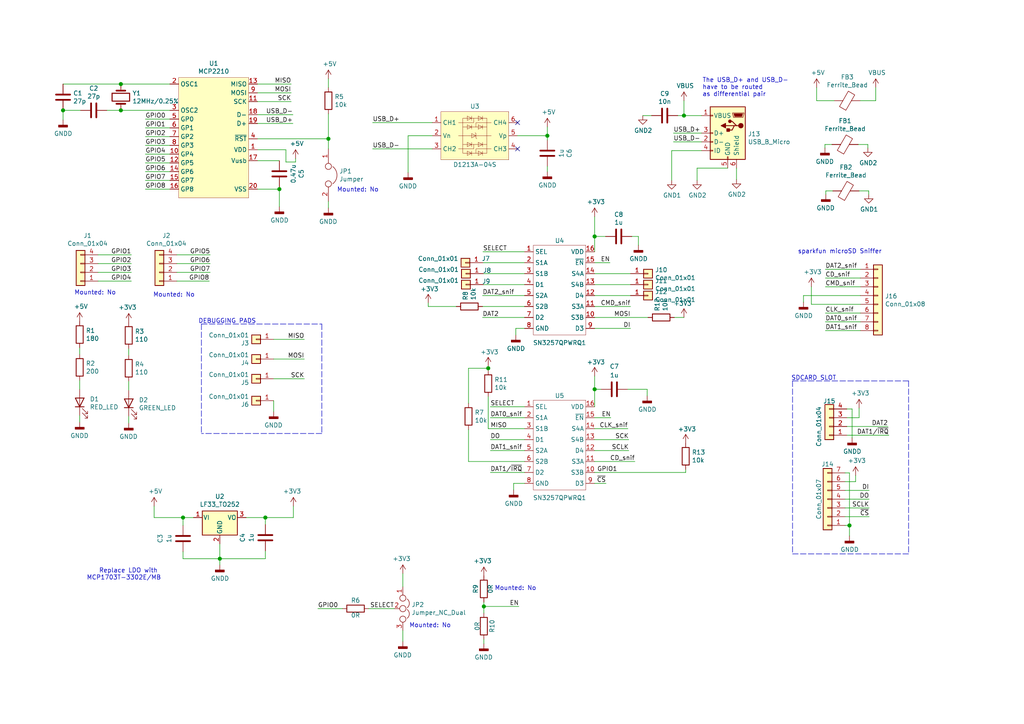
<source format=kicad_sch>
(kicad_sch (version 20210126) (generator eeschema)
  (paper "A4")
  (lib_symbols
    (symbol "Connector:USB_B_Micro" (pin_names (offset 1.016))
      (property "Reference" "J" (at -5.08 11.43 0))
      (property "Value" "USB_B_Micro" (at -5.08 8.89 0))
      (symbol "USB_B_Micro_1_1"
        (pin power_out line (at 7.62 5.08 180) (length 2.54) (name "VBUS") (number "1"))
        (pin bidirectional line (at 7.62 -2.54 180) (length 2.54) (name "D-") (number "2"))
        (pin bidirectional line (at 7.62 0 180) (length 2.54) (name "D+") (number "3"))
        (pin passive line (at 7.62 -5.08 180) (length 2.54) (name "ID") (number "4"))
        (pin power_out line (at 0 -10.16 90) (length 2.54) (name "GND") (number "5"))
        (pin passive line (at -2.54 -10.16 90) (length 2.54) (name "Shield") (number "6"))
      )
    )
    (symbol "Connector_Generic:Conn_01x01" (pin_names (offset 1.016) hide)
      (property "Reference" "J" (at 0 2.54 0))
      (property "Value" "Conn_01x01" (at 0 -2.54 0))
      (symbol "Conn_01x01_1_1"
        (pin passive line (at -5.08 0 0) (length 3.81) (name "Pin_1") (number "1"))
      )
    )
    (symbol "Connector_Generic:Conn_01x04" (pin_names (offset 1.016) hide)
      (property "Reference" "J" (at 0 5.08 0))
      (property "Value" "Conn_01x04" (at 0 -7.62 0))
      (symbol "Conn_01x04_1_1"
        (pin passive line (at -5.08 2.54 0) (length 3.81) (name "Pin_1") (number "1"))
        (pin passive line (at -5.08 0 0) (length 3.81) (name "Pin_2") (number "2"))
        (pin passive line (at -5.08 -2.54 0) (length 3.81) (name "Pin_3") (number "3"))
        (pin passive line (at -5.08 -5.08 0) (length 3.81) (name "Pin_4") (number "4"))
      )
    )
    (symbol "Connector_Generic:Conn_01x07" (pin_names (offset 1.016) hide)
      (property "Reference" "J" (at 0 10.16 0))
      (property "Value" "Conn_01x07" (at 0 -10.16 0))
      (symbol "Conn_01x07_1_1"
        (pin passive line (at -5.08 7.62 0) (length 3.81) (name "Pin_1") (number "1"))
        (pin passive line (at -5.08 5.08 0) (length 3.81) (name "Pin_2") (number "2"))
        (pin passive line (at -5.08 2.54 0) (length 3.81) (name "Pin_3") (number "3"))
        (pin passive line (at -5.08 0 0) (length 3.81) (name "Pin_4") (number "4"))
        (pin passive line (at -5.08 -2.54 0) (length 3.81) (name "Pin_5") (number "5"))
        (pin passive line (at -5.08 -5.08 0) (length 3.81) (name "Pin_6") (number "6"))
        (pin passive line (at -5.08 -7.62 0) (length 3.81) (name "Pin_7") (number "7"))
      )
    )
    (symbol "Connector_Generic:Conn_01x08" (pin_names (offset 1.016) hide)
      (property "Reference" "J" (at 0 10.16 0))
      (property "Value" "Conn_01x08" (at 0 -12.7 0))
      (symbol "Conn_01x08_1_1"
        (pin passive line (at -5.08 7.62 0) (length 3.81) (name "Pin_1") (number "1"))
        (pin passive line (at -5.08 5.08 0) (length 3.81) (name "Pin_2") (number "2"))
        (pin passive line (at -5.08 2.54 0) (length 3.81) (name "Pin_3") (number "3"))
        (pin passive line (at -5.08 0 0) (length 3.81) (name "Pin_4") (number "4"))
        (pin passive line (at -5.08 -2.54 0) (length 3.81) (name "Pin_5") (number "5"))
        (pin passive line (at -5.08 -5.08 0) (length 3.81) (name "Pin_6") (number "6"))
        (pin passive line (at -5.08 -7.62 0) (length 3.81) (name "Pin_7") (number "7"))
        (pin passive line (at -5.08 -10.16 0) (length 3.81) (name "Pin_8") (number "8"))
      )
    )
    (symbol "Device:C" (pin_numbers hide) (pin_names (offset 0.254))
      (property "Reference" "C" (at 0.635 2.54 0))
      (property "Value" "C" (at 0.635 -2.54 0))
      (symbol "C_1_1"
        (pin passive line (at 0 3.81 270) (length 2.794) (name "~") (number "1"))
        (pin passive line (at 0 -3.81 90) (length 2.794) (name "~") (number "2"))
      )
    )
    (symbol "Device:Crystal" (pin_numbers hide) (pin_names (offset 1.016) hide)
      (property "Reference" "Y" (at 0 3.81 0))
      (property "Value" "Crystal" (at 0 -3.81 0))
      (symbol "Crystal_1_1"
        (pin passive line (at -3.81 0 0) (length 1.27) (name "1") (number "1"))
        (pin passive line (at 3.81 0 180) (length 1.27) (name "2") (number "2"))
      )
    )
    (symbol "Device:Ferrite_Bead" (pin_numbers hide) (pin_names (offset 0))
      (property "Reference" "FB" (at -3.81 0.635 90))
      (property "Value" "Ferrite_Bead" (at 3.81 0 90))
      (symbol "Ferrite_Bead_1_1"
        (pin passive line (at 0 3.81 270) (length 2.54) (name "~") (number "1"))
        (pin passive line (at 0 -3.81 90) (length 2.54) (name "~") (number "2"))
      )
    )
    (symbol "Device:Jumper" (pin_names (offset 0.762) hide)
      (property "Reference" "JP" (at 0 3.81 0))
      (property "Value" "Jumper" (at 0 -2.032 0))
      (symbol "Jumper_0_1"
        (pin passive line (at -7.62 0 0) (length 4.191) (name "1") (number "1"))
        (pin passive line (at 7.62 0 180) (length 4.191) (name "2") (number "2"))
      )
    )
    (symbol "Device:Jumper_NC_Dual" (pin_names (offset 0.762) hide)
      (property "Reference" "JP" (at 1.27 -2.54 0))
      (property "Value" "Jumper_NC_Dual" (at 0 2.54 0))
      (symbol "Jumper_NC_Dual_0_1"
        (pin passive line (at -6.35 0 0) (length 2.413) (name "1") (number "1"))
        (pin passive line (at 0 -2.54 90) (length 1.524) (name "2") (number "2"))
        (pin passive line (at 6.35 0 180) (length 2.413) (name "3") (number "3"))
      )
    )
    (symbol "Device:LED" (pin_numbers hide) (pin_names hide)
      (property "Reference" "D" (at 0 2.54 0))
      (property "Value" "LED" (at 0 -2.54 0))
      (symbol "LED_1_1"
        (pin passive line (at -3.81 0 0) (length 2.54) (name "K") (number "1"))
        (pin passive line (at 3.81 0 180) (length 2.54) (name "A") (number "2"))
      )
    )
    (symbol "Device:R" (pin_numbers hide) (pin_names (offset 0))
      (property "Reference" "R" (at 2.032 0 90))
      (property "Value" "R" (at 0 0 90))
      (symbol "R_1_1"
        (pin passive line (at 0 3.81 270) (length 1.27) (name "~") (number "1"))
        (pin passive line (at 0 -3.81 90) (length 1.27) (name "~") (number "2"))
      )
    )
    (symbol "Regulator_Linear:LF33_TO252" (pin_names (offset 0.254))
      (property "Reference" "U" (at -3.81 3.175 0))
      (property "Value" "LF33_TO252" (at 0 3.175 0))
      (symbol "LF33_TO252_1_1"
        (pin power_in line (at -7.62 0 0) (length 2.54) (name "VI") (number "1"))
        (pin power_in line (at 0 -7.62 90) (length 2.54) (name "GND") (number "2"))
        (pin power_out line (at 7.62 0 180) (length 2.54) (name "VO") (number "3"))
      )
    )
    (symbol "dodo-interface:MCP2210"
      (property "Reference" "U" (at 0 -17.78 0))
      (property "Value" "MCP2210" (at 0 19.05 0))
      (symbol "MCP2210_1_1"
        (pin power_in line (at 12.7 -2.54 180) (length 2.54) (name "VDD") (number "1"))
        (pin input line (at -12.7 16.51 0) (length 2.54) (name "OSC1") (number "2"))
        (pin output line (at -12.7 8.89 0) (length 2.54) (name "OSC2") (number "3"))
        (pin input line (at 12.7 0.635 180) (length 2.54) (name "~RST") (number "4"))
        (pin bidirectional line (at -12.7 6.35 0) (length 2.54) (name "GP0") (number "5"))
        (pin bidirectional line (at -12.7 3.81 0) (length 2.54) (name "GP1") (number "6"))
        (pin bidirectional line (at -12.7 1.27 0) (length 2.54) (name "GP2") (number "7"))
        (pin bidirectional line (at -12.7 -1.27 0) (length 2.54) (name "GP3") (number "8"))
        (pin output line (at 12.7 13.97 180) (length 2.54) (name "MOSI") (number "9"))
        (pin bidirectional line (at -12.7 -3.81 0) (length 2.54) (name "GP4") (number "10"))
        (pin output line (at 12.7 11.43 180) (length 2.54) (name "SCK") (number "11"))
        (pin bidirectional line (at -12.7 -6.35 0) (length 2.54) (name "GP5") (number "12"))
        (pin input line (at 12.7 16.51 180) (length 2.54) (name "MISO") (number "13"))
        (pin bidirectional line (at -12.7 -8.89 0) (length 2.54) (name "GP6") (number "14"))
        (pin bidirectional line (at -12.7 -11.43 0) (length 2.54) (name "GP7") (number "15"))
        (pin bidirectional line (at -12.7 -13.97 0) (length 2.54) (name "GP8") (number "16"))
        (pin power_out line (at 12.7 -5.715 180) (length 2.54) (name "Vusb") (number "17"))
        (pin bidirectional line (at 12.7 7.62 180) (length 2.54) (name "D-") (number "18"))
        (pin bidirectional line (at 12.7 5.08 180) (length 2.54) (name "D+") (number "19"))
        (pin output line (at 12.7 -13.97 180) (length 2.54) (name "VSS") (number "20"))
      )
    )
    (symbol "dodo-logic:SN3257QPWRQ1"
      (property "Reference" "U" (at 0 13.97 0))
      (property "Value" "SN3257QPWRQ1" (at 0 -14.605 0))
      (property "Purchase" "https://cz.mouser.com/ProductDetail/Texas-Instruments/SN3257QPWRQ1?qs=%252B6g0mu59x7JRD99NE57pzA%3D%3D" (at 0 0 0))
      (symbol "SN3257QPWRQ1_1_1"
        (pin bidirectional line (at -10.16 7.62 0) (length 2.54) (name "S1A") (number "2"))
        (pin bidirectional line (at -10.16 4.445 0) (length 2.54) (name "S1B") (number "3"))
        (pin input line (at -10.16 10.795 0) (length 2.54) (name "SEL") (number "1"))
        (pin bidirectional line (at -10.16 1.27 0) (length 2.54) (name "D1") (number "4"))
        (pin bidirectional line (at -10.16 -1.905 0) (length 2.54) (name "S2A") (number "5"))
        (pin bidirectional line (at -10.16 -5.08 0) (length 2.54) (name "S2B") (number "6"))
        (pin bidirectional line (at -10.16 -8.255 0) (length 2.54) (name "D2") (number "7"))
        (pin power_out line (at -10.16 -11.43 0) (length 2.54) (name "GND") (number "8"))
        (pin power_in line (at 10.16 10.795 180) (length 2.54) (name "VDD") (number "16"))
        (pin input line (at 10.16 7.62 180) (length 2.54) (name "~EN") (number "15"))
        (pin bidirectional line (at 10.16 4.445 180) (length 2.54) (name "S4A") (number "14"))
        (pin input line (at 10.16 1.27 180) (length 2.54) (name "S4B") (number "13"))
        (pin input line (at 10.16 -5.08 180) (length 2.54) (name "S3A") (number "11"))
        (pin input line (at 10.16 -8.255 180) (length 2.54) (name "S3B") (number "10"))
        (pin bidirectional line (at 10.16 -11.43 180) (length 2.54) (name "D3") (number "9"))
        (pin bidirectional line (at 10.16 -1.905 180) (length 2.54) (name "D4") (number "12"))
      )
    )
    (symbol "dodo-protection:D1213A-04S"
      (property "Reference" "U" (at 0 8.255 0))
      (property "Value" "D1213A-04S" (at 0 -8.255 0))
      (symbol "D1213A-04S_1_1"
        (pin input line (at -12.065 3.81 0) (length 2.54) (name "CH1") (number "1"))
        (pin power_out line (at -12.065 0 0) (length 2.54) (name "Vn") (number "2"))
        (pin input line (at -12.065 -3.81 0) (length 2.54) (name "CH2") (number "3"))
        (pin input line (at 12.7 -3.81 180) (length 2.54) (name "CH3") (number "4"))
        (pin input line (at 12.7 3.81 180) (length 2.54) (name "CH4") (number "6"))
        (pin power_in line (at 12.7 0 180) (length 2.54) (name "Vp") (number "5"))
      )
    )
    (symbol "power:+3V3" (power) (pin_names (offset 0))
      (property "Value" "+3V3" (at 0 3.556 0))
      (symbol "+3V3_1_1"
        (pin power_in line (at 0 0 90) (length 0) hide (name "+3V3") (number "1"))
      )
    )
    (symbol "power:+5V" (power) (pin_names (offset 0))
      (property "Value" "+5V" (at 0 3.556 0))
      (symbol "+5V_1_1"
        (pin power_in line (at 0 0 90) (length 0) hide (name "+5V") (number "1"))
      )
    )
    (symbol "power:GND1" (power) (pin_names (offset 0))
      (property "Value" "GND1" (at 0 -3.81 0))
      (symbol "GND1_1_1"
        (pin power_in line (at 0 0 270) (length 0) hide (name "GND1") (number "1"))
      )
    )
    (symbol "power:GND2" (power) (pin_names (offset 0))
      (property "Value" "GND2" (at 0 -3.81 0))
      (symbol "GND2_1_1"
        (pin power_in line (at 0 0 270) (length 0) hide (name "GND2") (number "1"))
      )
    )
    (symbol "power:GNDD" (power) (pin_names (offset 0))
      (property "Value" "GNDD" (at 0 -3.175 0))
      (symbol "GNDD_1_1"
        (pin power_in line (at 0 0 270) (length 0) hide (name "GNDD") (number "1"))
      )
    )
    (symbol "power:VBUS" (power) (pin_names (offset 0))
      (property "Value" "VBUS" (at 0 3.81 0))
      (symbol "VBUS_1_1"
        (pin power_in line (at 0 0 90) (length 0) hide (name "VBUS") (number "1"))
      )
    )
  )
  (junction (at 18.288 32.004) (diameter 1.016))
  (junction (at 35.052 24.384) (diameter 1.016))
  (junction (at 35.052 32.004) (diameter 1.016))
  (junction (at 53.086 150.114) (diameter 1.016))
  (junction (at 63.754 162.052) (diameter 1.016))
  (junction (at 76.962 150.114) (diameter 1.016))
  (junction (at 81.026 54.864) (diameter 1.016))
  (junction (at 95.25 40.259) (diameter 1.016))
  (junction (at 140.335 175.895) (diameter 1.016))
  (junction (at 141.605 106.807) (diameter 1.016))
  (junction (at 158.75 39.37) (diameter 1.016))
  (junction (at 172.466 68.58) (diameter 1.016))
  (junction (at 172.466 112.903) (diameter 1.016))
  (junction (at 198.374 33.528) (diameter 1.016))
  (junction (at 246.38 152.4) (diameter 1.016))
  (no_connect (at 150.114 35.56))
  (no_connect (at 150.114 43.18))
  (wire (pts (xy 18.288 24.384) (xy 35.052 24.384)))
  (wire (pts (xy 18.288 32.004) (xy 18.288 34.798)))
  (wire (pts (xy 18.288 32.004) (xy 23.368 32.004)))
  (wire (pts (xy 23.114 100.838) (xy 23.114 102.743)))
  (wire (pts (xy 23.114 110.363) (xy 23.114 112.903)))
  (wire (pts (xy 23.114 120.523) (xy 23.114 122.428)))
  (wire (pts (xy 28.448 73.914) (xy 38.1 73.914)))
  (wire (pts (xy 28.448 76.454) (xy 38.1 76.454)))
  (wire (pts (xy 28.448 78.994) (xy 38.1 78.994)))
  (wire (pts (xy 28.448 81.534) (xy 38.1 81.534)))
  (wire (pts (xy 30.988 32.004) (xy 35.052 32.004)))
  (wire (pts (xy 35.052 24.384) (xy 49.276 24.384)))
  (wire (pts (xy 35.052 32.004) (xy 49.276 32.004)))
  (wire (pts (xy 37.338 101.092) (xy 37.338 102.997)))
  (wire (pts (xy 37.338 110.617) (xy 37.338 113.157)))
  (wire (pts (xy 37.338 120.777) (xy 37.338 122.682)))
  (wire (pts (xy 42.164 34.544) (xy 49.276 34.544)))
  (wire (pts (xy 42.164 37.084) (xy 49.276 37.084)))
  (wire (pts (xy 42.164 39.624) (xy 49.276 39.624)))
  (wire (pts (xy 42.164 42.164) (xy 49.276 42.164)))
  (wire (pts (xy 42.164 44.704) (xy 49.276 44.704)))
  (wire (pts (xy 42.164 47.244) (xy 49.276 47.244)))
  (wire (pts (xy 42.164 49.784) (xy 49.276 49.784)))
  (wire (pts (xy 42.164 52.324) (xy 49.276 52.324)))
  (wire (pts (xy 42.164 54.864) (xy 49.276 54.864)))
  (wire (pts (xy 44.704 146.812) (xy 44.704 150.114)))
  (wire (pts (xy 44.704 150.114) (xy 53.086 150.114)))
  (wire (pts (xy 51.308 73.914) (xy 60.96 73.914)))
  (wire (pts (xy 51.308 76.454) (xy 60.96 76.454)))
  (wire (pts (xy 51.308 78.994) (xy 60.96 78.994)))
  (wire (pts (xy 51.308 81.534) (xy 60.706 81.534)))
  (wire (pts (xy 53.086 150.114) (xy 53.086 152.4)))
  (wire (pts (xy 53.086 160.02) (xy 53.086 162.052)))
  (wire (pts (xy 53.086 162.052) (xy 63.754 162.052)))
  (wire (pts (xy 56.134 150.114) (xy 53.086 150.114)))
  (wire (pts (xy 63.754 157.734) (xy 63.754 162.052)))
  (wire (pts (xy 63.754 162.052) (xy 63.754 163.83)))
  (wire (pts (xy 63.754 162.052) (xy 76.962 162.052)))
  (wire (pts (xy 71.374 150.114) (xy 76.962 150.114)))
  (wire (pts (xy 74.676 24.384) (xy 84.455 24.384)))
  (wire (pts (xy 74.676 26.924) (xy 84.455 26.924)))
  (wire (pts (xy 74.676 29.464) (xy 84.455 29.464)))
  (wire (pts (xy 74.676 33.274) (xy 84.963 33.274)))
  (wire (pts (xy 74.676 35.814) (xy 84.963 35.814)))
  (wire (pts (xy 74.676 40.259) (xy 95.25 40.259)))
  (wire (pts (xy 74.676 43.434) (xy 82.931 43.434)))
  (wire (pts (xy 74.676 46.609) (xy 81.026 46.609)))
  (wire (pts (xy 74.676 54.864) (xy 81.026 54.864)))
  (wire (pts (xy 76.962 150.114) (xy 76.962 152.146)))
  (wire (pts (xy 76.962 150.114) (xy 85.09 150.114)))
  (wire (pts (xy 76.962 159.766) (xy 76.962 162.052)))
  (wire (pts (xy 79.375 98.425) (xy 88.265 98.425)))
  (wire (pts (xy 79.375 104.14) (xy 88.265 104.14)))
  (wire (pts (xy 79.375 109.855) (xy 88.265 109.855)))
  (wire (pts (xy 79.375 116.205) (xy 79.375 119.38)))
  (wire (pts (xy 81.026 54.229) (xy 81.026 54.864)))
  (wire (pts (xy 81.026 54.864) (xy 81.026 59.944)))
  (wire (pts (xy 82.931 43.434) (xy 82.931 46.99)))
  (wire (pts (xy 82.931 46.99) (xy 85.725 46.99)))
  (wire (pts (xy 85.09 146.812) (xy 85.09 150.114)))
  (wire (pts (xy 85.725 46.99) (xy 85.725 45.974)))
  (wire (pts (xy 92.202 176.53) (xy 99.314 176.53)))
  (wire (pts (xy 95.25 22.86) (xy 95.25 25.4)))
  (wire (pts (xy 95.25 40.259) (xy 95.25 33.02)))
  (wire (pts (xy 95.25 40.259) (xy 95.25 43.18)))
  (wire (pts (xy 95.25 58.42) (xy 95.25 60.325)))
  (wire (pts (xy 108.077 35.56) (xy 125.349 35.56)))
  (wire (pts (xy 108.077 43.18) (xy 125.349 43.18)))
  (wire (pts (xy 114.3 176.53) (xy 106.934 176.53)))
  (wire (pts (xy 116.84 166.37) (xy 116.84 170.18)))
  (wire (pts (xy 116.84 186.055) (xy 116.84 182.88)))
  (wire (pts (xy 118.364 39.37) (xy 118.364 50.038)))
  (wire (pts (xy 124.206 88.9) (xy 124.206 87.884)))
  (wire (pts (xy 125.349 39.37) (xy 118.364 39.37)))
  (wire (pts (xy 132.334 88.9) (xy 124.206 88.9)))
  (wire (pts (xy 135.89 106.807) (xy 141.605 106.807)))
  (wire (pts (xy 135.89 116.967) (xy 135.89 106.807)))
  (wire (pts (xy 135.89 124.587) (xy 135.89 133.858)))
  (wire (pts (xy 135.89 133.858) (xy 152.146 133.858)))
  (wire (pts (xy 139.954 85.725) (xy 152.146 85.725)))
  (wire (pts (xy 139.954 88.9) (xy 152.146 88.9)))
  (wire (pts (xy 139.954 92.075) (xy 152.146 92.075)))
  (wire (pts (xy 140.081 73.025) (xy 152.146 73.025)))
  (wire (pts (xy 140.081 76.2) (xy 152.146 76.2)))
  (wire (pts (xy 140.208 79.375) (xy 152.146 79.375)))
  (wire (pts (xy 140.335 174.625) (xy 140.335 175.895)))
  (wire (pts (xy 140.335 175.895) (xy 140.335 177.8)))
  (wire (pts (xy 140.335 175.895) (xy 150.495 175.895)))
  (wire (pts (xy 140.335 186.69) (xy 140.335 185.42)))
  (wire (pts (xy 141.605 106.172) (xy 141.605 106.807)))
  (wire (pts (xy 141.605 106.807) (xy 141.605 107.442)))
  (wire (pts (xy 141.605 115.062) (xy 141.605 124.333)))
  (wire (pts (xy 141.605 124.333) (xy 152.146 124.333)))
  (wire (pts (xy 142.24 117.983) (xy 152.146 117.983)))
  (wire (pts (xy 142.24 121.158) (xy 152.146 121.158)))
  (wire (pts (xy 142.24 127.508) (xy 152.146 127.508)))
  (wire (pts (xy 142.24 130.683) (xy 152.146 130.683)))
  (wire (pts (xy 142.24 137.033) (xy 152.146 137.033)))
  (wire (pts (xy 148.971 140.208) (xy 152.146 140.208)))
  (wire (pts (xy 148.971 142.113) (xy 148.971 140.208)))
  (wire (pts (xy 149.606 95.25) (xy 152.146 95.25)))
  (wire (pts (xy 149.606 97.155) (xy 149.606 95.25)))
  (wire (pts (xy 152.146 82.55) (xy 140.208 82.55)))
  (wire (pts (xy 158.75 36.83) (xy 158.75 39.37)))
  (wire (pts (xy 158.75 39.37) (xy 150.114 39.37)))
  (wire (pts (xy 158.75 39.37) (xy 158.75 40.64)))
  (wire (pts (xy 158.75 48.26) (xy 158.75 49.784)))
  (wire (pts (xy 172.466 62.865) (xy 172.466 68.58)))
  (wire (pts (xy 172.466 68.58) (xy 172.466 73.025)))
  (wire (pts (xy 172.466 68.58) (xy 175.641 68.58)))
  (wire (pts (xy 172.466 76.2) (xy 176.911 76.2)))
  (wire (pts (xy 172.466 79.375) (xy 182.88 79.375)))
  (wire (pts (xy 172.466 82.55) (xy 182.88 82.55)))
  (wire (pts (xy 172.466 85.725) (xy 182.88 85.725)))
  (wire (pts (xy 172.466 88.9) (xy 182.88 88.9)))
  (wire (pts (xy 172.466 92.075) (xy 187.96 92.075)))
  (wire (pts (xy 172.466 95.25) (xy 182.88 95.25)))
  (wire (pts (xy 172.466 109.093) (xy 172.466 112.903)))
  (wire (pts (xy 172.466 112.903) (xy 172.466 117.983)))
  (wire (pts (xy 172.466 112.903) (xy 174.371 112.903)))
  (wire (pts (xy 172.466 121.158) (xy 177.165 121.158)))
  (wire (pts (xy 172.466 124.333) (xy 182.118 124.333)))
  (wire (pts (xy 172.466 127.508) (xy 182.372 127.508)))
  (wire (pts (xy 172.466 130.683) (xy 182.372 130.683)))
  (wire (pts (xy 172.466 133.858) (xy 184.15 133.858)))
  (wire (pts (xy 172.466 137.033) (xy 198.882 137.033)))
  (wire (pts (xy 172.466 140.208) (xy 175.768 140.208)))
  (wire (pts (xy 181.991 112.903) (xy 187.706 112.903)))
  (wire (pts (xy 183.261 68.58) (xy 185.166 68.58)))
  (wire (pts (xy 185.166 68.58) (xy 185.166 71.12)))
  (wire (pts (xy 186.436 33.528) (xy 188.976 33.528)))
  (wire (pts (xy 187.706 112.903) (xy 187.706 114.808)))
  (wire (pts (xy 194.818 43.688) (xy 194.818 52.324)))
  (wire (pts (xy 195.326 38.608) (xy 203.454 38.608)))
  (wire (pts (xy 195.326 41.148) (xy 203.454 41.148)))
  (wire (pts (xy 196.596 33.528) (xy 198.374 33.528)))
  (wire (pts (xy 198.374 33.528) (xy 198.374 29.21)))
  (wire (pts (xy 198.374 92.075) (xy 195.58 92.075)))
  (wire (pts (xy 198.882 136.144) (xy 198.882 137.033)))
  (wire (pts (xy 202.184 48.768) (xy 202.184 52.324)))
  (wire (pts (xy 203.454 33.528) (xy 198.374 33.528)))
  (wire (pts (xy 203.454 43.688) (xy 194.818 43.688)))
  (wire (pts (xy 211.074 48.768) (xy 202.184 48.768)))
  (wire (pts (xy 213.614 48.768) (xy 213.614 52.07)))
  (wire (pts (xy 233.045 85.725) (xy 249.555 85.725)))
  (wire (pts (xy 233.045 87.63) (xy 233.045 85.725)))
  (wire (pts (xy 235.331 88.265) (xy 235.331 83.185)))
  (wire (pts (xy 236.855 29.21) (xy 236.855 25.4)))
  (wire (pts (xy 239.268 41.91) (xy 241.3 41.91)))
  (wire (pts (xy 239.268 42.926) (xy 239.268 41.91)))
  (wire (pts (xy 239.395 78.105) (xy 249.555 78.105)))
  (wire (pts (xy 239.395 80.645) (xy 249.555 80.645)))
  (wire (pts (xy 239.395 83.185) (xy 249.555 83.185)))
  (wire (pts (xy 239.395 90.805) (xy 249.555 90.805)))
  (wire (pts (xy 239.395 93.345) (xy 249.555 93.345)))
  (wire (pts (xy 239.395 95.885) (xy 249.555 95.885)))
  (wire (pts (xy 239.522 55.372) (xy 241.554 55.372)))
  (wire (pts (xy 239.522 56.388) (xy 239.522 55.372)))
  (wire (pts (xy 241.935 29.21) (xy 236.855 29.21)))
  (wire (pts (xy 245.11 137.16) (xy 246.38 137.16)))
  (wire (pts (xy 245.11 139.7) (xy 248.158 139.7)))
  (wire (pts (xy 245.11 142.24) (xy 252.095 142.24)))
  (wire (pts (xy 245.11 144.78) (xy 252.095 144.78)))
  (wire (pts (xy 245.11 147.32) (xy 252.095 147.32)))
  (wire (pts (xy 245.11 149.86) (xy 252.095 149.86)))
  (wire (pts (xy 245.11 152.4) (xy 246.38 152.4)))
  (wire (pts (xy 245.618 118.618) (xy 247.142 118.618)))
  (wire (pts (xy 245.618 121.158) (xy 249.174 121.158)))
  (wire (pts (xy 245.618 123.698) (xy 257.556 123.698)))
  (wire (pts (xy 245.618 126.238) (xy 257.81 126.238)))
  (wire (pts (xy 246.38 137.16) (xy 246.38 152.4)))
  (wire (pts (xy 246.38 152.4) (xy 246.38 155.448)))
  (wire (pts (xy 247.142 118.618) (xy 247.142 127)))
  (wire (pts (xy 248.158 139.7) (xy 248.158 137.922)))
  (wire (pts (xy 248.92 41.91) (xy 251.714 41.91)))
  (wire (pts (xy 249.174 55.372) (xy 251.968 55.372)))
  (wire (pts (xy 249.174 121.158) (xy 249.174 118.364)))
  (wire (pts (xy 249.555 29.21) (xy 254 29.21)))
  (wire (pts (xy 249.555 88.265) (xy 235.331 88.265)))
  (wire (pts (xy 251.714 41.91) (xy 251.714 42.926)))
  (wire (pts (xy 251.968 55.372) (xy 251.968 56.388)))
  (wire (pts (xy 254 25.4) (xy 254 29.21)))
  (polyline (pts (xy 58.42 93.98) (xy 58.42 125.73)) (stroke (width 0) (type dash)))
  (polyline (pts (xy 58.42 93.98) (xy 93.345 93.98)) (stroke (width 0) (type dash)))
  (polyline (pts (xy 93.345 93.98) (xy 93.345 125.73)) (stroke (width 0) (type dash)))
  (polyline (pts (xy 93.345 125.73) (xy 58.42 125.73)) (stroke (width 0) (type dash)))
  (polyline (pts (xy 229.87 110.49) (xy 229.87 160.655)) (stroke (width 0) (type dash)))
  (polyline (pts (xy 229.87 110.49) (xy 263.525 110.49)) (stroke (width 0) (type dash)))
  (polyline (pts (xy 263.525 110.49) (xy 263.525 160.655)) (stroke (width 0) (type dash)))
  (polyline (pts (xy 263.525 160.655) (xy 229.87 160.655)) (stroke (width 0) (type dash)))
  (text "Mounted: No" (at 33.655 85.725 180) (effects (font (size 1.27 1.27)) (justify right bottom)))
  (text "Replace LDO with \nMCP1703T-3302E/MB" (at 46.736 168.402 180) (effects (font (size 1.27 1.27)) (justify right bottom)))
  (text "Mounted: No" (at 56.515 86.36 180) (effects (font (size 1.27 1.27)) (justify right bottom)))
  (text "DEBUGGING PADS" (at 74.295 93.98 180) (effects (font (size 1.27 1.27)) (justify right bottom)))
  (text "Mounted: No" (at 109.855 55.88 180) (effects (font (size 1.27 1.27)) (justify right bottom)))
  (text "Mounted: No" (at 130.81 182.245 180) (effects (font (size 1.27 1.27)) (justify right bottom)))
  (text "Mounted: No" (at 155.575 171.45 180) (effects (font (size 1.27 1.27)) (justify right bottom)))
  (text "The USB_D+ and USB_D- \nhave to be routed\nas differential pair" (at 203.708 28.194 0) (effects (font (size 1.27 1.27)) (justify left bottom)))
  (text "SDCARD SLOT" (at 242.57 110.49 180) (effects (font (size 1.27 1.27)) (justify right bottom)))
  (text "sparkfun microSD Sniffer" (at 255.778 73.787 180) (effects (font (size 1.27 1.27)) (justify right bottom)))
  (label "GPIO1" (at 38.1 73.914 180))
  (label "GPIO2" (at 38.1 76.454 180))
  (label "GPIO3" (at 38.1 78.994 180))
  (label "GPIO4" (at 38.1 81.534 180))
  (label "GPIO0" (at 42.164 34.544 0))
  (label "GPIO1" (at 42.164 37.084 0))
  (label "GPIO2" (at 42.164 39.624 0))
  (label "GPIO3" (at 42.164 42.164 0))
  (label "GPIO4" (at 42.164 44.704 0))
  (label "GPIO5" (at 42.164 47.244 0))
  (label "GPIO6" (at 42.164 49.784 0))
  (label "GPIO7" (at 42.164 52.324 0))
  (label "GPIO8" (at 42.164 54.864 0))
  (label "GPIO8" (at 60.706 81.534 180))
  (label "GPIO5" (at 60.96 73.914 180))
  (label "GPIO6" (at 60.96 76.454 180))
  (label "GPIO7" (at 60.96 78.994 180))
  (label "MISO" (at 84.455 24.384 180))
  (label "MOSI" (at 84.455 26.924 180))
  (label "SCK" (at 84.455 29.464 180))
  (label "USB_D-" (at 84.963 33.274 180))
  (label "USB_D+" (at 84.963 35.814 180))
  (label "MISO" (at 88.265 98.425 180))
  (label "MOSI" (at 88.265 104.14 180))
  (label "SCK" (at 88.265 109.855 180))
  (label "GPIO0" (at 92.202 176.53 0))
  (label "USB_D+" (at 108.077 35.56 0))
  (label "USB_D-" (at 108.077 43.18 0))
  (label "SELECT" (at 114.3 176.53 180))
  (label "DAT2_snif" (at 139.954 85.725 0))
  (label "DAT2" (at 139.954 92.075 0))
  (label "SELECT" (at 140.081 73.025 0))
  (label "SELECT" (at 142.24 117.983 0))
  (label "DAT0_snif" (at 142.24 121.158 0))
  (label "MISO" (at 142.24 124.333 0))
  (label "DO" (at 142.24 127.508 0))
  (label "DAT1_snif" (at 142.24 130.683 0))
  (label "DAT1{slash}~IRQ" (at 142.24 137.033 0))
  (label "EN" (at 150.495 175.895 180))
  (label "~CS" (at 175.768 140.208 180))
  (label "EN" (at 176.911 76.2 180))
  (label "EN" (at 177.165 121.158 180))
  (label "GPIO1" (at 179.07 137.033 180))
  (label "CLK_snif" (at 182.118 124.333 180))
  (label "SCK" (at 182.372 127.508 180))
  (label "SCLK" (at 182.372 130.683 180))
  (label "CMD_snif" (at 182.88 88.9 180))
  (label "MOSI" (at 182.88 92.075 180))
  (label "DI" (at 182.88 95.25 180))
  (label "CD_snif" (at 184.15 133.858 180))
  (label "USB_D+" (at 195.326 38.608 0))
  (label "USB_D-" (at 195.326 41.148 0))
  (label "DAT2_snif" (at 239.395 78.105 0))
  (label "CD_snif" (at 239.395 80.645 0))
  (label "CMD_snif" (at 239.395 83.185 0))
  (label "CLK_snif" (at 239.395 90.805 0))
  (label "DAT0_snif" (at 239.395 93.345 0))
  (label "DAT1_snif" (at 239.395 95.885 0))
  (label "DI" (at 252.095 142.24 180))
  (label "DO" (at 252.095 144.78 180))
  (label "SCLK" (at 252.095 147.32 180))
  (label "~CS" (at 252.095 149.86 180))
  (label "DAT2" (at 257.556 123.698 180))
  (label "DAT1{slash}~IRQ" (at 257.81 126.238 180))
  (symbol (lib_id "power:+5V") (at 23.114 93.218 0) (unit 1)
    (property "Reference" "#PWR02" (effects hide))
    (property "Value" "+5V" (at 23.4823 88.8936 0))
  )
  (symbol (lib_id "power:+3V3") (at 37.338 93.472 0) (mirror y) (unit 1)
    (property "Reference" "#PWR04" (effects hide))
    (property "Value" "+3V3" (at 36.9697 89.1476 0))
  )
  (symbol (lib_id "power:+5V") (at 44.704 146.812 0) (unit 1)
    (property "Reference" "#PWR06" (effects hide))
    (property "Value" "+5V" (at 45.0723 142.4876 0))
  )
  (symbol (lib_id "power:+3V3") (at 85.09 146.812 0) (mirror y) (unit 1)
    (property "Reference" "#PWR010" (effects hide))
    (property "Value" "+3V3" (at 84.7217 142.4876 0))
  )
  (symbol (lib_id "power:+5V") (at 85.725 45.974 0) (unit 1)
    (property "Reference" "#PWR011" (effects hide))
    (property "Value" "+5V" (at 86.0933 41.6496 0))
  )
  (symbol (lib_id "power:+5V") (at 95.25 22.86 0) (unit 1)
    (property "Reference" "#PWR012" (effects hide))
    (property "Value" "+5V" (at 95.6183 18.5356 0))
  )
  (symbol (lib_id "power:+3V3") (at 116.84 166.37 0) (mirror y) (unit 1)
    (property "Reference" "#PWR014" (effects hide))
    (property "Value" "+3V3" (at 116.4717 162.0456 0))
  )
  (symbol (lib_id "power:+3V3") (at 124.206 87.884 0) (unit 1)
    (property "Reference" "#PWR017" (effects hide))
    (property "Value" "+3V3" (at 124.5743 83.8136 0))
  )
  (symbol (lib_id "power:+3V3") (at 140.335 167.005 0) (mirror y) (unit 1)
    (property "Reference" "#PWR018" (effects hide))
    (property "Value" "+3V3" (at 139.9667 162.6806 0))
  )
  (symbol (lib_id "power:+3V3") (at 141.605 106.172 0) (unit 1)
    (property "Reference" "#PWR020" (effects hide))
    (property "Value" "+3V3" (at 141.9733 102.1016 0))
  )
  (symbol (lib_id "power:+5V") (at 158.75 36.83 0) (unit 1)
    (property "Reference" "#PWR023" (effects hide))
    (property "Value" "+5V" (at 159.1183 32.5056 0))
  )
  (symbol (lib_id "power:+3V3") (at 172.466 62.865 0) (unit 1)
    (property "Reference" "#PWR025" (effects hide))
    (property "Value" "+3V3" (at 172.8343 58.5406 0))
  )
  (symbol (lib_id "power:+3V3") (at 172.466 109.093 0) (unit 1)
    (property "Reference" "#PWR026" (effects hide))
    (property "Value" "+3V3" (at 172.8343 105.0226 0))
  )
  (symbol (lib_id "power:VBUS") (at 198.374 29.21 0) (unit 1)
    (property "Reference" "#PWR031" (effects hide))
    (property "Value" "VBUS" (at 198.7423 24.8856 0))
  )
  (symbol (lib_id "power:+3V3") (at 198.374 92.075 0) (mirror y) (unit 1)
    (property "Reference" "#PWR032" (effects hide))
    (property "Value" "+3V3" (at 198.0057 88.0046 0))
  )
  (symbol (lib_id "power:+3V3") (at 198.882 128.524 0) (unit 1)
    (property "Reference" "#PWR033" (effects hide))
    (property "Value" "+3V3" (at 199.2503 124.4536 0))
  )
  (symbol (lib_id "power:+3V3") (at 235.331 83.185 0) (unit 1)
    (property "Reference" "#PWR037" (effects hide))
    (property "Value" "+3V3" (at 235.6993 78.8606 0))
  )
  (symbol (lib_id "power:+5V") (at 236.855 25.4 0) (unit 1)
    (property "Reference" "#PWR038" (effects hide))
    (property "Value" "+5V" (at 237.2233 21.0756 0))
  )
  (symbol (lib_id "power:+3V3") (at 248.158 137.922 0) (unit 1)
    (property "Reference" "#PWR043" (effects hide))
    (property "Value" "+3V3" (at 248.5263 133.5976 0))
  )
  (symbol (lib_id "power:+3V3") (at 249.174 118.364 0) (unit 1)
    (property "Reference" "#PWR044" (effects hide))
    (property "Value" "+3V3" (at 249.5423 114.0396 0))
  )
  (symbol (lib_id "power:VBUS") (at 254 25.4 0) (unit 1)
    (property "Reference" "#PWR047" (effects hide))
    (property "Value" "VBUS" (at 254.3683 21.0756 0))
  )
  (symbol (lib_id "power:GNDD") (at 18.288 34.798 0) (unit 1)
    (property "Reference" "#PWR01" (effects hide))
    (property "Value" "GNDD" (at 18.3388 38.7414 0))
  )
  (symbol (lib_id "power:GNDD") (at 23.114 122.428 0) (mirror y) (unit 1)
    (property "Reference" "#PWR03" (effects hide))
    (property "Value" "GNDD" (at 23.0632 126.3714 0))
  )
  (symbol (lib_id "power:GNDD") (at 37.338 122.682 0) (mirror y) (unit 1)
    (property "Reference" "#PWR05" (effects hide))
    (property "Value" "GNDD" (at 37.2872 126.6254 0))
  )
  (symbol (lib_id "power:GNDD") (at 63.754 163.83 0) (unit 1)
    (property "Reference" "#PWR07" (effects hide))
    (property "Value" "GNDD" (at 63.8048 167.7734 0))
  )
  (symbol (lib_id "power:GNDD") (at 79.375 119.38 0) (mirror y) (unit 1)
    (property "Reference" "#PWR08" (effects hide))
    (property "Value" "GNDD" (at 79.3242 123.3234 0))
  )
  (symbol (lib_id "power:GNDD") (at 81.026 59.944 0) (unit 1)
    (property "Reference" "#PWR09" (effects hide))
    (property "Value" "GNDD" (at 81.0768 63.8874 0))
  )
  (symbol (lib_id "power:GNDD") (at 95.25 60.325 0) (mirror y) (unit 1)
    (property "Reference" "#PWR013" (effects hide))
    (property "Value" "GNDD" (at 95.1992 64.2684 0))
  )
  (symbol (lib_id "power:GNDD") (at 116.84 186.055 0) (mirror y) (unit 1)
    (property "Reference" "#PWR015" (effects hide))
    (property "Value" "GNDD" (at 116.7892 189.9984 0))
  )
  (symbol (lib_id "power:GNDD") (at 118.364 50.038 0) (mirror y) (unit 1)
    (property "Reference" "#PWR016" (effects hide))
    (property "Value" "GNDD" (at 118.3132 53.9814 0))
  )
  (symbol (lib_id "power:GNDD") (at 140.335 186.69 0) (mirror y) (unit 1)
    (property "Reference" "#PWR019" (effects hide))
    (property "Value" "GNDD" (at 140.2842 190.6334 0))
  )
  (symbol (lib_id "power:GNDD") (at 148.971 142.113 0) (unit 1)
    (property "Reference" "#PWR021" (effects hide))
    (property "Value" "GNDD" (at 149.0218 146.0564 0))
  )
  (symbol (lib_id "power:GNDD") (at 149.606 97.155 0) (unit 1)
    (property "Reference" "#PWR022" (effects hide))
    (property "Value" "GNDD" (at 149.6568 101.0984 0))
  )
  (symbol (lib_id "power:GNDD") (at 158.75 49.784 0) (unit 1)
    (property "Reference" "#PWR024" (effects hide))
    (property "Value" "GNDD" (at 158.8008 53.7274 0))
  )
  (symbol (lib_id "power:GNDD") (at 185.166 71.12 0) (unit 1)
    (property "Reference" "#PWR027" (effects hide))
    (property "Value" "GNDD" (at 185.2168 75.0634 0))
  )
  (symbol (lib_id "power:GNDD") (at 187.706 114.808 0) (unit 1)
    (property "Reference" "#PWR029" (effects hide))
    (property "Value" "GNDD" (at 187.7568 118.7514 0))
  )
  (symbol (lib_id "power:GNDD") (at 233.045 87.63 0) (unit 1)
    (property "Reference" "#PWR036" (effects hide))
    (property "Value" "GNDD" (at 233.0958 91.5734 0))
  )
  (symbol (lib_id "power:GNDD") (at 239.268 42.926 0) (mirror y) (unit 1)
    (property "Reference" "#PWR039" (effects hide))
    (property "Value" "GNDD" (at 239.2172 46.8694 0))
  )
  (symbol (lib_id "power:GNDD") (at 239.522 56.388 0) (mirror y) (unit 1)
    (property "Reference" "#PWR040" (effects hide))
    (property "Value" "GNDD" (at 239.4712 60.3314 0))
  )
  (symbol (lib_id "power:GNDD") (at 246.38 155.448 0) (unit 1)
    (property "Reference" "#PWR041" (effects hide))
    (property "Value" "GNDD" (at 246.4308 159.3914 0))
  )
  (symbol (lib_id "power:GNDD") (at 247.142 127 0) (unit 1)
    (property "Reference" "#PWR042" (effects hide))
    (property "Value" "GNDD" (at 247.1928 130.9434 0))
  )
  (symbol (lib_id "power:GND2") (at 186.436 33.528 0) (unit 1)
    (property "Reference" "#PWR028" (effects hide))
    (property "Value" "GND2" (at 186.5503 37.8524 0))
  )
  (symbol (lib_id "power:GND1") (at 194.818 52.324 0) (unit 1)
    (property "Reference" "#PWR030" (effects hide))
    (property "Value" "GND1" (at 194.9323 56.6484 0))
  )
  (symbol (lib_id "power:GND2") (at 202.184 52.324 0) (unit 1)
    (property "Reference" "#PWR034" (effects hide))
    (property "Value" "GND2" (at 202.2983 56.6484 0))
  )
  (symbol (lib_id "power:GND2") (at 213.614 52.07 0) (unit 1)
    (property "Reference" "#PWR035" (effects hide))
    (property "Value" "GND2" (at 213.7283 56.3944 0))
  )
  (symbol (lib_id "power:GND2") (at 251.714 42.926 0) (unit 1)
    (property "Reference" "#PWR045" (effects hide))
    (property "Value" "GND2" (at 251.8283 47.2504 0))
  )
  (symbol (lib_id "power:GND1") (at 251.968 56.388 0) (unit 1)
    (property "Reference" "#PWR046" (effects hide))
    (property "Value" "GND1" (at 252.0823 60.7124 0))
  )
  (symbol (lib_id "Device:R") (at 23.114 97.028 0) (unit 1)
    (property "Reference" "R1" (at 24.8921 95.8786 0) (effects (justify left)))
    (property "Value" "180" (at 24.892 98.177 0) (effects (justify left)))
    (property "Footprint" "Resistor_SMD:R_0805_2012Metric_Pad1.20x1.40mm_HandSolder" (effects hide))
  )
  (symbol (lib_id "Device:R") (at 23.114 106.553 0) (unit 1)
    (property "Reference" "R2" (at 24.8921 105.4036 0) (effects (justify left)))
    (property "Value" "200" (at 24.892 107.702 0) (effects (justify left)))
    (property "Footprint" "Resistor_SMD:R_0805_2012Metric_Pad1.20x1.40mm_HandSolder" (effects hide))
  )
  (symbol (lib_id "Device:R") (at 37.338 97.282 0) (unit 1)
    (property "Reference" "R3" (at 39.1161 96.1326 0) (effects (justify left)))
    (property "Value" "110" (at 39.116 98.431 0) (effects (justify left)))
    (property "Footprint" "Resistor_SMD:R_0805_2012Metric_Pad1.20x1.40mm_HandSolder" (effects hide))
  )
  (symbol (lib_id "Device:R") (at 37.338 106.807 0) (unit 1)
    (property "Reference" "R4" (at 39.1161 105.6576 0) (effects (justify left)))
    (property "Value" "110" (at 39.116 107.956 0) (effects (justify left)))
    (property "Footprint" "Resistor_SMD:R_0805_2012Metric_Pad1.20x1.40mm_HandSolder" (effects hide))
  )
  (symbol (lib_id "Device:R") (at 95.25 29.21 0) (unit 1)
    (property "Reference" "R5" (at 97.0281 28.0606 0) (effects (justify left)))
    (property "Value" "10k" (at 97.028 30.359 0) (effects (justify left)))
    (property "Footprint" "Resistor_SMD:R_0805_2012Metric_Pad1.20x1.40mm_HandSolder" (effects hide))
  )
  (symbol (lib_id "Device:R") (at 103.124 176.53 270) (unit 1)
    (property "Reference" "R6" (at 103.124 174.1362 90))
    (property "Value" "0R" (at 103.124 178.442 90))
    (property "Footprint" "Resistor_SMD:R_0603_1608Metric_Pad0.98x0.95mm_HandSolder" (effects hide))
  )
  (symbol (lib_id "Device:R") (at 135.89 120.777 0) (unit 1)
    (property "Reference" "R7" (at 137.6681 119.6276 0) (effects (justify left)))
    (property "Value" "10k" (at 137.668 121.926 0) (effects (justify left)))
    (property "Footprint" "Resistor_SMD:R_0805_2012Metric_Pad1.20x1.40mm_HandSolder" (effects hide))
  )
  (symbol (lib_id "Device:R") (at 136.144 88.9 90) (unit 1)
    (property "Reference" "R8" (at 134.9946 87.1219 0) (effects (justify left)))
    (property "Value" "10k" (at 137.293 87.122 0) (effects (justify left)))
    (property "Footprint" "Resistor_SMD:R_0805_2012Metric_Pad1.20x1.40mm_HandSolder" (effects hide))
  )
  (symbol (lib_id "Device:R") (at 140.335 170.815 0) (unit 1)
    (property "Reference" "R9" (at 137.9412 170.815 90))
    (property "Value" "0R" (at 142.247 170.815 90))
    (property "Footprint" "Resistor_SMD:R_0603_1608Metric_Pad0.98x0.95mm_HandSolder" (effects hide))
  )
  (symbol (lib_id "Device:R") (at 140.335 181.61 180) (unit 1)
    (property "Reference" "R10" (at 142.7288 181.61 90))
    (property "Value" "0R" (at 138.423 181.61 90))
    (property "Footprint" "Resistor_SMD:R_0603_1608Metric_Pad0.98x0.95mm_HandSolder" (effects hide))
  )
  (symbol (lib_id "Device:R") (at 141.605 111.252 0) (unit 1)
    (property "Reference" "R11" (at 143.3831 110.1026 0) (effects (justify left)))
    (property "Value" "10k" (at 143.383 112.401 0) (effects (justify left)))
    (property "Footprint" "Resistor_SMD:R_0805_2012Metric_Pad1.20x1.40mm_HandSolder" (effects hide))
  )
  (symbol (lib_id "Device:R") (at 191.77 92.075 90) (unit 1)
    (property "Reference" "R12" (at 190.6206 90.2969 0) (effects (justify left)))
    (property "Value" "10k" (at 192.919 90.297 0) (effects (justify left)))
    (property "Footprint" "Resistor_SMD:R_0805_2012Metric_Pad1.20x1.40mm_HandSolder" (effects hide))
  )
  (symbol (lib_id "Device:R") (at 198.882 132.334 0) (unit 1)
    (property "Reference" "R13" (at 200.6601 131.1846 0) (effects (justify left)))
    (property "Value" "10k" (at 200.66 133.483 0) (effects (justify left)))
    (property "Footprint" "Resistor_SMD:R_0805_2012Metric_Pad1.20x1.40mm_HandSolder" (effects hide))
  )
  (symbol (lib_id "Connector_Generic:Conn_01x01") (at 74.295 98.425 180) (unit 1)
    (property "Reference" "J3" (at 72.2629 99.5236 0) (effects (justify left)))
    (property "Value" "Conn_01x01" (at 72.2629 97.2249 0) (effects (justify left)))
    (property "Footprint" "TestPoint:TestPoint_Pad_D2.0mm" (effects hide))
  )
  (symbol (lib_id "Connector_Generic:Conn_01x01") (at 74.295 104.14 180) (unit 1)
    (property "Reference" "J4" (at 72.2629 105.2386 0) (effects (justify left)))
    (property "Value" "Conn_01x01" (at 72.2629 102.9399 0) (effects (justify left)))
    (property "Footprint" "TestPoint:TestPoint_Pad_D2.0mm" (effects hide))
  )
  (symbol (lib_id "Connector_Generic:Conn_01x01") (at 74.295 109.855 180) (unit 1)
    (property "Reference" "J5" (at 72.2629 110.9536 0) (effects (justify left)))
    (property "Value" "Conn_01x01" (at 72.2629 108.6549 0) (effects (justify left)))
    (property "Footprint" "TestPoint:TestPoint_Pad_D2.0mm" (effects hide))
  )
  (symbol (lib_id "Connector_Generic:Conn_01x01") (at 74.295 116.205 180) (unit 1)
    (property "Reference" "J6" (at 72.2629 117.3036 0) (effects (justify left)))
    (property "Value" "Conn_01x01" (at 72.2629 115.0049 0) (effects (justify left)))
    (property "Footprint" "TestPoint:TestPoint_Pad_D2.0mm" (effects hide))
  )
  (symbol (lib_id "Connector_Generic:Conn_01x01") (at 135.001 76.2 180) (unit 1)
    (property "Reference" "J7" (at 142.1129 75.0126 0) (effects (justify left)))
    (property "Value" "Conn_01x01" (at 132.9689 74.9999 0) (effects (justify left)))
    (property "Footprint" "TestPoint:TestPoint_Pad_D2.0mm" (effects hide))
  )
  (symbol (lib_id "Connector_Generic:Conn_01x01") (at 135.128 79.375 180) (unit 1)
    (property "Reference" "J8" (at 142.4939 78.4416 0) (effects (justify left)))
    (property "Value" "Conn_01x01" (at 133.0959 78.1749 0) (effects (justify left)))
    (property "Footprint" "TestPoint:TestPoint_Pad_D2.0mm" (effects hide))
  )
  (symbol (lib_id "Connector_Generic:Conn_01x01") (at 135.128 82.55 180) (unit 1)
    (property "Reference" "J9" (at 142.2399 81.6166 0) (effects (justify left)))
    (property "Value" "Conn_01x01" (at 133.0959 81.3499 0) (effects (justify left)))
    (property "Footprint" "TestPoint:TestPoint_Pad_D2.0mm" (effects hide))
  )
  (symbol (lib_id "Connector_Generic:Conn_01x01") (at 187.96 79.375 0) (unit 1)
    (property "Reference" "J10" (at 189.9921 78.2764 0) (effects (justify left)))
    (property "Value" "Conn_01x01" (at 189.9921 80.5751 0) (effects (justify left)))
    (property "Footprint" "TestPoint:TestPoint_Pad_D2.0mm" (effects hide))
  )
  (symbol (lib_id "Connector_Generic:Conn_01x01") (at 187.96 82.55 0) (unit 1)
    (property "Reference" "J11" (at 189.9921 81.4514 0) (effects (justify left)))
    (property "Value" "Conn_01x01" (at 189.9921 83.7501 0) (effects (justify left)))
    (property "Footprint" "TestPoint:TestPoint_Pad_D2.0mm" (effects hide))
  )
  (symbol (lib_id "Connector_Generic:Conn_01x01") (at 187.96 85.725 0) (unit 1)
    (property "Reference" "J12" (at 189.9921 84.6264 0) (effects (justify left)))
    (property "Value" "Conn_01x01" (at 189.9921 86.9251 0) (effects (justify left)))
    (property "Footprint" "TestPoint:TestPoint_Pad_D2.0mm" (effects hide))
  )
  (symbol (lib_id "Device:LED") (at 23.114 116.713 90) (unit 1)
    (property "Reference" "D1" (at 26.0351 115.7541 90) (effects (justify right)))
    (property "Value" "RED_LED" (at 26.035 118.053 90) (effects (justify right)))
    (property "Footprint" "LED_SMD:LED_1206_3216Metric_Pad1.42x1.75mm_HandSolder" (effects hide))
  )
  (symbol (lib_id "Device:LED") (at 37.338 116.967 90) (unit 1)
    (property "Reference" "D2" (at 40.2591 116.0081 90) (effects (justify right)))
    (property "Value" "GREEN_LED" (at 40.259 118.307 90) (effects (justify right)))
    (property "Footprint" "LED_SMD:LED_1206_3216Metric_Pad1.42x1.75mm_HandSolder" (effects hide))
  )
  (symbol (lib_id "Device:C") (at 18.288 28.194 0) (unit 1)
    (property "Reference" "C1" (at 21.2091 27.0446 0) (effects (justify left)))
    (property "Value" "27p" (at 21.209 29.343 0) (effects (justify left)))
    (property "Footprint" "Capacitor_SMD:C_0805_2012Metric_Pad1.18x1.45mm_HandSolder" (effects hide))
  )
  (symbol (lib_id "Device:C") (at 27.178 32.004 90) (unit 1)
    (property "Reference" "C2" (at 27.178 25.6348 90))
    (property "Value" "27p" (at 27.178 27.934 90))
    (property "Footprint" "Capacitor_SMD:C_0805_2012Metric_Pad1.18x1.45mm_HandSolder" (effects hide))
  )
  (symbol (lib_id "Device:C") (at 53.086 156.21 0) (unit 1)
    (property "Reference" "C3" (at 46.4628 156.21 90))
    (property "Value" "1u" (at 49.016 156.21 90))
    (property "Footprint" "Capacitor_SMD:C_0805_2012Metric_Pad1.18x1.45mm_HandSolder" (effects hide))
  )
  (symbol (lib_id "Device:C") (at 76.962 155.956 0) (unit 1)
    (property "Reference" "C4" (at 70.3388 155.956 90))
    (property "Value" "1u" (at 72.891 155.956 90))
    (property "Footprint" "Capacitor_SMD:C_0805_2012Metric_Pad1.18x1.45mm_HandSolder" (effects hide))
  )
  (symbol (lib_id "Device:C") (at 81.026 50.419 180) (unit 1)
    (property "Reference" "C5" (at 87.3952 50.419 90))
    (property "Value" "0.47u" (at 85.096 50.419 90))
    (property "Footprint" "Capacitor_SMD:C_0805_2012Metric_Pad1.18x1.45mm_HandSolder" (effects hide))
  )
  (symbol (lib_id "Device:C") (at 158.75 44.45 180) (unit 1)
    (property "Reference" "C6" (at 165.1192 44.45 90))
    (property "Value" "1u" (at 162.82 44.45 90))
    (property "Footprint" "Capacitor_SMD:C_0805_2012Metric_Pad1.18x1.45mm_HandSolder" (effects hide))
  )
  (symbol (lib_id "Device:C") (at 178.181 112.903 270) (unit 1)
    (property "Reference" "C7" (at 178.181 106.2798 90))
    (property "Value" "1u" (at 178.181 108.832 90))
    (property "Footprint" "Capacitor_SMD:C_0805_2012Metric_Pad1.18x1.45mm_HandSolder" (effects hide))
  )
  (symbol (lib_id "Device:C") (at 179.451 68.58 270) (unit 1)
    (property "Reference" "C8" (at 179.451 62.2108 90))
    (property "Value" "1u" (at 179.451 64.509 90))
    (property "Footprint" "Capacitor_SMD:C_0805_2012Metric_Pad1.18x1.45mm_HandSolder" (effects hide))
  )
  (symbol (lib_id "Device:C") (at 192.786 33.528 270) (unit 1)
    (property "Reference" "C9" (at 192.786 27.1588 90))
    (property "Value" "10n" (at 192.786 29.457 90))
    (property "Footprint" "Capacitor_SMD:C_0603_1608Metric_Pad1.08x0.95mm_HandSolder" (effects hide))
  )
  (symbol (lib_id "Device:Crystal") (at 35.052 28.194 90) (unit 1)
    (property "Reference" "Y1" (at 38.3795 27.0446 90) (effects (justify right)))
    (property "Value" "12MHz/0.25%" (at 38.38 29.343 90) (effects (justify right)))
    (property "Footprint" "Crystal:Crystal_SMD_HC49-SD_HandSoldering" (effects hide))
    (property "Purchase" "https://cz.farnell.com/ecliptek/e1sea18-12-000m-tr/ceramic-resonator-12mhz-smd/dp/3572918" (effects hide))
  )
  (symbol (lib_id "Device:Ferrite_Bead") (at 245.11 41.91 90) (unit 1)
    (property "Reference" "FB1" (at 245.11 35.0582 90))
    (property "Value" "Ferrite_Bead" (at 245.11 37.3569 90))
    (property "Footprint" "Inductor_SMD:L_0603_1608Metric_Pad1.05x0.95mm_HandSolder" (effects hide))
    (property "Purchase" "https://uk.farnell.com/murata/blm18pg121sn1d/ferrite-bead-0603-0-05ohm-2a/dp/151573" (effects hide))
  )
  (symbol (lib_id "Device:Ferrite_Bead") (at 245.364 55.372 90) (unit 1)
    (property "Reference" "FB2" (at 245.364 48.5202 90))
    (property "Value" "Ferrite_Bead" (at 245.364 50.8189 90))
    (property "Footprint" "Inductor_SMD:L_0603_1608Metric_Pad1.05x0.95mm_HandSolder" (effects hide))
    (property "Purchase" "https://uk.farnell.com/murata/blm18pg121sn1d/ferrite-bead-0603-0-05ohm-2a/dp/151573" (effects hide))
  )
  (symbol (lib_id "Device:Ferrite_Bead") (at 245.745 29.21 90) (unit 1)
    (property "Reference" "FB3" (at 245.745 22.3582 90))
    (property "Value" "Ferrite_Bead" (at 245.745 24.6569 90))
    (property "Footprint" "Inductor_SMD:L_0603_1608Metric_Pad1.05x0.95mm_HandSolder" (effects hide))
    (property "Purchase" "https://uk.farnell.com/murata/blm18pg121sn1d/ferrite-bead-0603-0-05ohm-2a/dp/151573" (effects hide))
  )
  (symbol (lib_id "Device:Jumper") (at 95.25 50.8 270) (unit 1)
    (property "Reference" "JP1" (at 98.3997 49.6506 90) (effects (justify left)))
    (property "Value" "Jumper" (at 98.3997 51.9493 90) (effects (justify left)))
    (property "Footprint" "Connector_PinHeader_2.54mm:PinHeader_1x02_P2.54mm_Vertical_SMD_Pin1Left" (effects hide))
  )
  (symbol (lib_id "Device:Jumper_NC_Dual") (at 116.84 176.53 270) (unit 1)
    (property "Reference" "JP2" (at 119.3547 175.3806 90) (effects (justify left)))
    (property "Value" "Jumper_NC_Dual" (at 119.3547 177.6793 90) (effects (justify left)))
    (property "Footprint" "Connector_PinHeader_2.54mm:PinHeader_1x03_P2.54mm_Vertical_SMD_Pin1Left" (effects hide))
  )
  (symbol (lib_id "Connector_Generic:Conn_01x04") (at 23.368 78.994 180) (unit 1)
    (property "Reference" "J1" (at 25.4 68.3322 0))
    (property "Value" "Conn_01x04" (at 25.4 70.6309 0))
    (property "Footprint" "Connector_PinHeader_2.54mm:PinHeader_1x04_P2.54mm_Vertical_SMD_Pin1Left" (effects hide))
  )
  (symbol (lib_id "Connector_Generic:Conn_01x04") (at 46.228 78.994 180) (unit 1)
    (property "Reference" "J2" (at 48.26 68.3322 0))
    (property "Value" "Conn_01x04" (at 48.26 70.6309 0))
    (property "Footprint" "Connector_PinHeader_2.54mm:PinHeader_1x04_P2.54mm_Vertical_SMD_Pin1Left" (effects hide))
  )
  (symbol (lib_id "Connector_Generic:Conn_01x04") (at 240.538 123.698 180) (unit 1)
    (property "Reference" "J15" (at 240.538 116.3382 0))
    (property "Value" "Conn_01x04" (at 237.49 123.7169 90))
    (property "Footprint" "Connector_PinHeader_2.54mm:PinHeader_1x04_P2.54mm_Vertical_SMD_Pin1Left" (effects hide))
  )
  (symbol (lib_id "Connector_Generic:Conn_01x07") (at 240.03 144.78 180) (unit 1)
    (property "Reference" "J14" (at 240.03 134.6262 0))
    (property "Value" "Conn_01x07" (at 237.49 144.7989 90))
    (property "Footprint" "Connector_PinHeader_2.54mm:PinHeader_1x07_P2.54mm_Vertical_SMD_Pin1Left" (effects hide))
  )
  (symbol (lib_id "Connector_Generic:Conn_01x08") (at 254.635 85.725 0) (unit 1)
    (property "Reference" "J16" (at 256.6671 85.8964 0) (effects (justify left)))
    (property "Value" "Conn_01x08" (at 256.6671 88.1951 0) (effects (justify left)))
    (property "Footprint" "Connector_PinHeader_2.54mm:PinHeader_1x08_P2.54mm_Vertical_SMD_Pin1Left" (effects hide))
  )
  (symbol (lib_id "Regulator_Linear:LF33_TO252") (at 63.754 150.114 0) (unit 1)
    (property "Reference" "U2" (at 63.754 143.9988 0))
    (property "Value" "LF33_TO252" (at 63.754 146.2975 0))
    (property "Footprint" "Package_TO_SOT_SMD:TO-252-2" (effects hide))
    (property "Datasheet" "http://www.st.com/content/ccc/resource/technical/document/datasheet/c4/0e/7e/2a/be/bc/4c/bd/CD00000546.pdf/files/CD00000546.pdf/jcr:content/translations/en.CD00000546.pdf" (effects hide))
  )
  (symbol (lib_id "Connector:USB_B_Micro") (at 211.074 38.608 0) (mirror y) (unit 1)
    (property "Reference" "J13" (at 216.9161 38.8556 0) (effects (justify right)))
    (property "Value" "USB_B_Micro" (at 216.9161 41.1543 0) (effects (justify right)))
    (property "Footprint" "Connector_USB:USB_Micro-B_Molex-105017-0001" (effects hide))
  )
  (symbol (lib_id "dodo-protection:D1213A-04S") (at 137.414 39.37 0) (unit 1)
    (property "Reference" "U3" (at 137.7315 30.8413 0))
    (property "Value" "D1213A-04S" (at 137.7315 47.745 0))
    (property "Footprint" "Package_TO_SOT_SMD:SOT-363_SC-70-6_Handsoldering" (effects hide))
    (property "Datasheet" "https://www.diodes.com/assets/Datasheets/D1213A-04S.pdf" (effects hide))
    (property "Purchase" "https://cz.farnell.com/diodes-inc/d1213a-04s-7/esd-protection-diode-sot-363/dp/3127269RL" (effects hide))
  )
  (symbol (lib_id "dodo-logic:SN3257QPWRQ1") (at 162.306 83.82 0) (unit 1)
    (property "Reference" "U4" (at 162.306 69.8179 0))
    (property "Value" "SN3257QPWRQ1" (at 162.306 99.4216 0))
    (property "Footprint" "Package_SO:TSSOP-16_4.4x5mm_P0.65mm" (effects hide))
    (property "Datasheet" "https://www.ti.com/lit/ds/symlink/sn3257-q1.pdf?ts=1601472681664&ref_url=https%253A%252F%252Fcz.mouser.com%252F" (effects hide))
    (property "Purchase" "https://cz.mouser.com/ProductDetail/Texas-Instruments/SN3257QPWRQ1?qs=%252B6g0mu59x7JRD99NE57pzA%3D%3D" (effects hide))
  )
  (symbol (lib_id "dodo-logic:SN3257QPWRQ1") (at 162.306 128.778 0) (unit 1)
    (property "Reference" "U5" (at 162.306 114.7759 0))
    (property "Value" "SN3257QPWRQ1" (at 162.306 144.3796 0))
    (property "Footprint" "Package_SO:TSSOP-16_4.4x5mm_P0.65mm" (effects hide))
    (property "Datasheet" "https://www.ti.com/lit/ds/symlink/sn3257-q1.pdf?ts=1601472681664&ref_url=https%253A%252F%252Fcz.mouser.com%252F" (effects hide))
    (property "Purchase" "https://cz.mouser.com/ProductDetail/Texas-Instruments/SN3257QPWRQ1?qs=%252B6g0mu59x7JRD99NE57pzA%3D%3D" (effects hide))
  )
  (symbol (lib_id "dodo-interface:MCP2210") (at 61.976 40.894 0) (unit 1)
    (property "Reference" "U1" (at 61.976 18.3953 0))
    (property "Value" "MCP2210" (at 61.976 20.694 0))
    (property "Footprint" "Package_SO:SOIC-20W_7.5x12.8mm_P1.27mm" (effects hide))
    (property "Datasheet" "https://ww1.microchip.com/downloads/en/DeviceDoc/22288A.pdf" (effects hide))
  )
)
</source>
